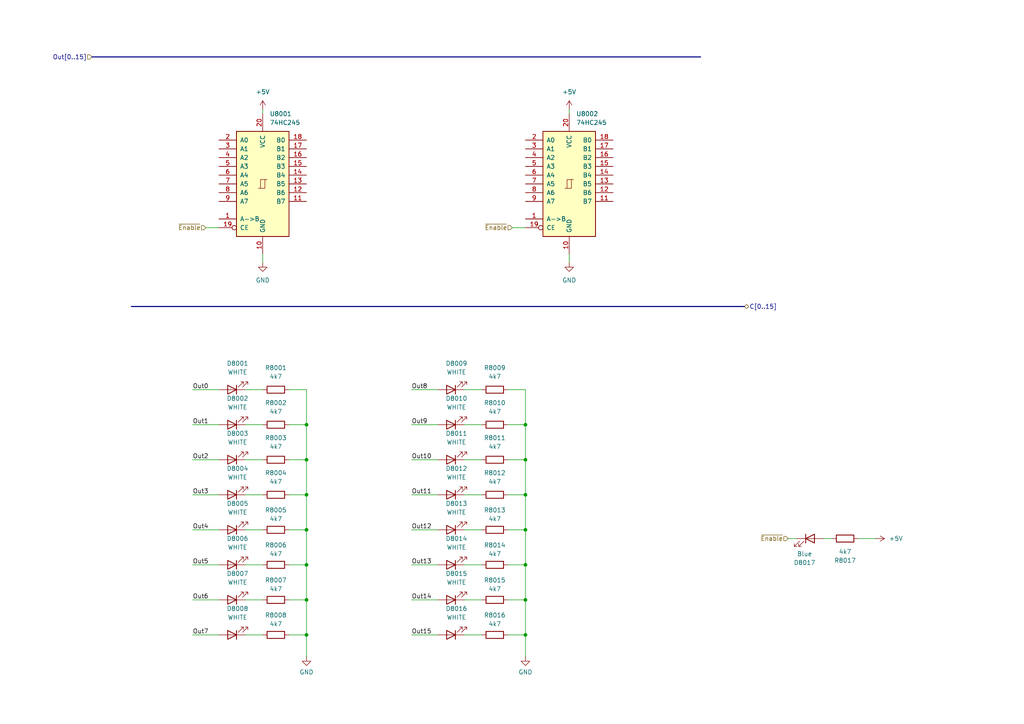
<source format=kicad_sch>
(kicad_sch (version 20231120) (generator "eeschema") (generator_version "8.0")
  (paper "A4")
  (lib_symbols
    (symbol "74xx:74HC245" (pin_names (offset 1.016))
      (property "Reference" "U" (at -7.62 16.51 0))
      (property "Value" "74HC245" (at -7.62 -16.51 0))
      (symbol "74HC245_1_0"
        (polyline (pts (xy -0.635 -1.27) (xy -0.635 1.27) (xy 0.635 1.27)))
        (polyline (pts (xy -1.27 -1.27) (xy 0.635 -1.27) (xy 0.635 1.27) (xy 1.27 1.27)))
        (pin input line (at -12.7 -10.16 0) (length 5.08) (name "A->B") (number "1"))
        (pin power_in line (at 0 -20.32 90) (length 5.08) (name "GND") (number "10"))
        (pin tri_state line (at 12.7 -5.08 180) (length 5.08) (name "B7") (number "11"))
        (pin tri_state line (at 12.7 -2.54 180) (length 5.08) (name "B6") (number "12"))
        (pin tri_state line (at 12.7 0 180) (length 5.08) (name "B5") (number "13"))
        (pin tri_state line (at 12.7 2.54 180) (length 5.08) (name "B4") (number "14"))
        (pin tri_state line (at 12.7 5.08 180) (length 5.08) (name "B3") (number "15"))
        (pin tri_state line (at 12.7 7.62 180) (length 5.08) (name "B2") (number "16"))
        (pin tri_state line (at 12.7 10.16 180) (length 5.08) (name "B1") (number "17"))
        (pin tri_state line (at 12.7 12.7 180) (length 5.08) (name "B0") (number "18"))
        (pin input inverted (at -12.7 -12.7 0) (length 5.08) (name "CE") (number "19"))
        (pin tri_state line (at -12.7 12.7 0) (length 5.08) (name "A0") (number "2"))
        (pin power_in line (at 0 20.32 270) (length 5.08) (name "VCC") (number "20"))
        (pin tri_state line (at -12.7 10.16 0) (length 5.08) (name "A1") (number "3"))
        (pin tri_state line (at -12.7 7.62 0) (length 5.08) (name "A2") (number "4"))
        (pin tri_state line (at -12.7 5.08 0) (length 5.08) (name "A3") (number "5"))
        (pin tri_state line (at -12.7 2.54 0) (length 5.08) (name "A4") (number "6"))
        (pin tri_state line (at -12.7 0 0) (length 5.08) (name "A5") (number "7"))
        (pin tri_state line (at -12.7 -2.54 0) (length 5.08) (name "A6") (number "8"))
        (pin tri_state line (at -12.7 -5.08 0) (length 5.08) (name "A7") (number "9"))
      )
      (symbol "74HC245_1_1"
        (rectangle (start -7.62 15.24) (end 7.62 -15.24) (stroke (width 0.254)) (fill (type background)))
      )
    )
    (symbol "Device:LED" (pin_numbers hide) (pin_names (offset 1.016) hide)
      (property "Reference" "D" (at 0 2.54 0))
      (property "Value" "LED" (at 0 -2.54 0))
      (symbol "LED_0_1"
        (polyline (pts (xy -1.27 -1.27) (xy -1.27 1.27)) (stroke (width 0.254)))
        (polyline (pts (xy -1.27 0) (xy 1.27 0)))
        (polyline (pts (xy 1.27 -1.27) (xy 1.27 1.27) (xy -1.27 0) (xy 1.27 -1.27)) (stroke (width 0.254)))
        (polyline (pts (xy -3.048 -0.762) (xy -4.572 -2.286) (xy -3.81 -2.286) (xy -4.572 -2.286) (xy -4.572 -1.524)))
        (polyline (pts (xy -1.778 -0.762) (xy -3.302 -2.286) (xy -2.54 -2.286) (xy -3.302 -2.286) (xy -3.302 -1.524)))
      )
      (symbol "LED_1_1"
        (pin passive line (at -3.81 0 0) (length 2.54) (name "K") (number "1"))
        (pin passive line (at 3.81 0 180) (length 2.54) (name "A") (number "2"))
      )
    )
    (symbol "Device:R" (pin_numbers hide) (pin_names (offset 0))
      (property "Reference" "R" (at 2.032 0 90))
      (property "Value" "R" (at 0 0 90))
      (symbol "R_0_1"
        (rectangle (start -1.016 -2.54) (end 1.016 2.54) (stroke (width 0.254)))
      )
      (symbol "R_1_1"
        (pin passive line (at 0 3.81 270) (length 1.27) (name "~") (number "1"))
        (pin passive line (at 0 -3.81 90) (length 1.27) (name "~") (number "2"))
      )
    )
    (symbol "power:+5V" (power) (pin_numbers hide) (pin_names (offset 0) hide)
      (property "Value" "+5V" (at 0 3.556 0))
      (symbol "+5V_0_1"
        (polyline (pts (xy -0.762 1.27) (xy 0 2.54)))
        (polyline (pts (xy 0 0) (xy 0 2.54)))
        (polyline (pts (xy 0 2.54) (xy 0.762 1.27)))
      )
      (symbol "+5V_1_1"
        (pin power_in line (at 0 0 90) (length 0) (name "~") (number "1"))
      )
    )
    (symbol "power:GND" (power) (pin_numbers hide) (pin_names (offset 0) hide)
      (property "Value" "GND" (at 0 -3.81 0))
      (symbol "GND_0_1"
        (polyline (pts (xy 0 0) (xy 0 -1.27) (xy 1.27 -1.27) (xy 0 -2.54) (xy -1.27 -1.27) (xy 0 -1.27)))
      )
      (symbol "GND_1_1"
        (pin power_in line (at 0 0 270) (length 0) (name "~") (number "1"))
      )
    )
  )
  (junction (at 152.4 123.19))
  (junction (at 152.4 163.83))
  (junction (at 88.9 173.99))
  (junction (at 88.9 123.19))
  (junction (at 152.4 143.51))
  (junction (at 88.9 163.83))
  (junction (at 88.9 143.51))
  (junction (at 152.4 153.67))
  (junction (at 88.9 153.67))
  (junction (at 152.4 133.35))
  (junction (at 88.9 133.35))
  (junction (at 152.4 184.15))
  (junction (at 88.9 184.15))
  (junction (at 152.4 173.99))
  (wire (pts (xy 55.88 184.15) (xy 63.5 184.15)))
  (wire (pts (xy 59.69 66.04) (xy 63.5 66.04)))
  (wire (pts (xy 152.4 163.83) (xy 152.4 153.67)))
  (wire (pts (xy 88.9 163.83) (xy 88.9 153.67)))
  (wire (pts (xy 119.38 153.67) (xy 127 153.67)))
  (wire (pts (xy 55.88 153.67) (xy 63.5 153.67)))
  (wire (pts (xy 134.62 153.67) (xy 139.7 153.67)))
  (wire (pts (xy 152.4 153.67) (xy 152.4 143.51)))
  (wire (pts (xy 165.1 31.75) (xy 165.1 33.02)))
  (wire (pts (xy 147.32 173.99) (xy 152.4 173.99)))
  (wire (pts (xy 134.62 184.15) (xy 139.7 184.15)))
  (wire (pts (xy 88.9 153.67) (xy 88.9 143.51)))
  (wire (pts (xy 119.38 113.03) (xy 127 113.03)))
  (wire (pts (xy 83.82 133.35) (xy 88.9 133.35)))
  (wire (pts (xy 83.82 123.19) (xy 88.9 123.19)))
  (wire (pts (xy 71.12 184.15) (xy 76.2 184.15)))
  (wire (pts (xy 119.38 173.99) (xy 127 173.99)))
  (wire (pts (xy 55.88 163.83) (xy 63.5 163.83)))
  (wire (pts (xy 119.38 133.35) (xy 127 133.35)))
  (wire (pts (xy 254 156.21) (xy 248.92 156.21)))
  (wire (pts (xy 71.12 153.67) (xy 76.2 153.67)))
  (wire (pts (xy 147.32 184.15) (xy 152.4 184.15)))
  (wire (pts (xy 152.4 173.99) (xy 152.4 163.83)))
  (bus (pts (xy 38.1 88.9) (xy 215.9 88.9)))
  (wire (pts (xy 71.12 113.03) (xy 76.2 113.03)))
  (bus (pts (xy 26.67 16.51) (xy 203.2 16.51)))
  (wire (pts (xy 147.32 123.19) (xy 152.4 123.19)))
  (wire (pts (xy 76.2 76.2) (xy 76.2 73.66)))
  (wire (pts (xy 83.82 153.67) (xy 88.9 153.67)))
  (wire (pts (xy 71.12 163.83) (xy 76.2 163.83)))
  (wire (pts (xy 119.38 184.15) (xy 127 184.15)))
  (wire (pts (xy 119.38 143.51) (xy 127 143.51)))
  (wire (pts (xy 83.82 163.83) (xy 88.9 163.83)))
  (wire (pts (xy 147.32 163.83) (xy 152.4 163.83)))
  (wire (pts (xy 134.62 123.19) (xy 139.7 123.19)))
  (wire (pts (xy 88.9 184.15) (xy 88.9 173.99)))
  (wire (pts (xy 152.4 123.19) (xy 152.4 113.03)))
  (wire (pts (xy 148.59 66.04) (xy 152.4 66.04)))
  (wire (pts (xy 83.82 173.99) (xy 88.9 173.99)))
  (wire (pts (xy 88.9 143.51) (xy 88.9 133.35)))
  (wire (pts (xy 152.4 143.51) (xy 152.4 133.35)))
  (wire (pts (xy 88.9 113.03) (xy 83.82 113.03)))
  (wire (pts (xy 152.4 133.35) (xy 152.4 123.19)))
  (wire (pts (xy 147.32 143.51) (xy 152.4 143.51)))
  (wire (pts (xy 134.62 143.51) (xy 139.7 143.51)))
  (wire (pts (xy 83.82 143.51) (xy 88.9 143.51)))
  (wire (pts (xy 55.88 133.35) (xy 63.5 133.35)))
  (wire (pts (xy 134.62 133.35) (xy 139.7 133.35)))
  (wire (pts (xy 147.32 153.67) (xy 152.4 153.67)))
  (wire (pts (xy 165.1 76.2) (xy 165.1 73.66)))
  (wire (pts (xy 76.2 31.75) (xy 76.2 33.02)))
  (wire (pts (xy 134.62 173.99) (xy 139.7 173.99)))
  (wire (pts (xy 241.3 156.21) (xy 238.76 156.21)))
  (wire (pts (xy 55.88 123.19) (xy 63.5 123.19)))
  (wire (pts (xy 83.82 184.15) (xy 88.9 184.15)))
  (wire (pts (xy 71.12 173.99) (xy 76.2 173.99)))
  (wire (pts (xy 55.88 173.99) (xy 63.5 173.99)))
  (wire (pts (xy 119.38 163.83) (xy 127 163.83)))
  (wire (pts (xy 55.88 143.51) (xy 63.5 143.51)))
  (wire (pts (xy 134.62 113.03) (xy 139.7 113.03)))
  (wire (pts (xy 55.88 113.03) (xy 63.5 113.03)))
  (wire (pts (xy 147.32 133.35) (xy 152.4 133.35)))
  (wire (pts (xy 88.9 133.35) (xy 88.9 123.19)))
  (wire (pts (xy 88.9 173.99) (xy 88.9 163.83)))
  (wire (pts (xy 152.4 184.15) (xy 152.4 173.99)))
  (wire (pts (xy 152.4 190.5) (xy 152.4 184.15)))
  (wire (pts (xy 71.12 143.51) (xy 76.2 143.51)))
  (wire (pts (xy 88.9 190.5) (xy 88.9 184.15)))
  (wire (pts (xy 152.4 113.03) (xy 147.32 113.03)))
  (wire (pts (xy 134.62 163.83) (xy 139.7 163.83)))
  (wire (pts (xy 231.14 156.21) (xy 228.6 156.21)))
  (wire (pts (xy 71.12 123.19) (xy 76.2 123.19)))
  (wire (pts (xy 71.12 133.35) (xy 76.2 133.35)))
  (wire (pts (xy 119.38 123.19) (xy 127 123.19)))
  (wire (pts (xy 88.9 123.19) (xy 88.9 113.03)))
  (label "Out9" (at 119.38 123.19 0))
  (label "Out1" (at 55.88 123.19 0))
  (label "Out4" (at 55.88 153.67 0))
  (label "Out6" (at 55.88 173.99 0))
  (label "Out3" (at 55.88 143.51 0))
  (label "Out15" (at 119.38 184.15 0))
  (label "Out7" (at 55.88 184.15 0))
  (label "Out10" (at 119.38 133.35 0))
  (label "Out2" (at 55.88 133.35 0))
  (label "Out5" (at 55.88 163.83 0))
  (label "Out13" (at 119.38 163.83 0))
  (label "Out12" (at 119.38 153.67 0))
  (label "Out8" (at 119.38 113.03 0))
  (label "Out14" (at 119.38 173.99 0))
  (label "Out0" (at 55.88 113.03 0))
  (label "Out11" (at 119.38 143.51 0))
  (hierarchical_label "~{Enable}" (shape input) (at 59.69 66.04 180))
  (hierarchical_label "~{Enable}" (shape input) (at 148.59 66.04 180))
  (hierarchical_label "~{Enable}" (shape input) (at 228.6 156.21 180))
  (hierarchical_label "Out[0..15]" (shape input) (at 26.67 16.51 180))
  (hierarchical_label "C[0..15]" (shape tri_state) (at 215.9 88.9 0))
  (symbol (lib_id "Device:R") (at 80.01 113.03 270) (unit 1)
    (property "Reference" "R8001" (at 80.01 106.68 90))
    (property "Value" "4k7" (at 80.01 109.22 90))
    (property "Footprint" "Resistor_SMD:R_0603_1608Metric" (effects (hide yes)))
    (property "Datasheet" "https://datasheet.lcsc.com/lcsc/2206010116_UNI-ROYAL-Uniroyal-Elec-0603WAF4701T5E_C23162.pdf" (effects (hide yes)))
    (property "LCSC" "C23162" (effects (hide yes)))
  )
  (symbol (lib_id "Device:R") (at 80.01 143.51 270) (unit 1)
    (property "Reference" "R8004" (at 80.01 137.16 90))
    (property "Value" "4k7" (at 80.01 139.7 90))
    (property "Footprint" "Resistor_SMD:R_0603_1608Metric" (effects (hide yes)))
    (property "Datasheet" "https://datasheet.lcsc.com/lcsc/2206010116_UNI-ROYAL-Uniroyal-Elec-0603WAF4701T5E_C23162.pdf" (effects (hide yes)))
    (property "LCSC" "C23162" (effects (hide yes)))
  )
  (symbol (lib_id "Device:R") (at 143.51 133.35 270) (unit 1)
    (property "Reference" "R8011" (at 143.51 127 90))
    (property "Value" "4k7" (at 143.51 129.54 90))
    (property "Footprint" "Resistor_SMD:R_0603_1608Metric" (effects (hide yes)))
    (property "Datasheet" "https://datasheet.lcsc.com/lcsc/2206010116_UNI-ROYAL-Uniroyal-Elec-0603WAF4701T5E_C23162.pdf" (effects (hide yes)))
    (property "LCSC" "C23162" (effects (hide yes)))
  )
  (symbol (lib_id "Device:LED") (at 130.81 133.35 180) (unit 1)
    (property "Reference" "D8011" (at 132.3975 125.73 0))
    (property "Value" "WHITE" (at 132.3975 128.27 0))
    (property "Footprint" "LED_SMD:LED_0603_1608Metric" (effects (hide yes)))
    (property "Datasheet" "https://wmsc.lcsc.com/wmsc/upload/file/pdf/v2/lcsc/2305091500_Hubei-KENTO-Elec-KT-0603W_C2290.pdf" (effects (hide yes)))
    (property "Description" "Light emitting diode (White)" (effects (hide yes)))
    (property "LCSC" "C2290" (effects (hide yes)))
  )
  (symbol (lib_id "Device:LED") (at 130.81 123.19 180) (unit 1)
    (property "Reference" "D8010" (at 132.3975 115.57 0))
    (property "Value" "WHITE" (at 132.3975 118.11 0))
    (property "Footprint" "LED_SMD:LED_0603_1608Metric" (effects (hide yes)))
    (property "Datasheet" "https://wmsc.lcsc.com/wmsc/upload/file/pdf/v2/lcsc/2305091500_Hubei-KENTO-Elec-KT-0603W_C2290.pdf" (effects (hide yes)))
    (property "Description" "Light emitting diode (White)" (effects (hide yes)))
    (property "LCSC" "C2290" (effects (hide yes)))
  )
  (symbol (lib_id "power:+5V") (at 254 156.21 270) (unit 1)
    (property "Reference" "#PWR08007" (effects (hide yes)))
    (property "Value" "+5V" (at 257.81 156.21 90) (effects (justify left)))
    (property "Description" "Power symbol creates a global label with name \"+5V\"" (effects (hide yes)))
  )
  (symbol (lib_id "Device:LED") (at 67.31 163.83 180) (unit 1)
    (property "Reference" "D8006" (at 68.8975 156.21 0))
    (property "Value" "WHITE" (at 68.8975 158.75 0))
    (property "Footprint" "LED_SMD:LED_0603_1608Metric" (effects (hide yes)))
    (property "Datasheet" "https://wmsc.lcsc.com/wmsc/upload/file/pdf/v2/lcsc/2305091500_Hubei-KENTO-Elec-KT-0603W_C2290.pdf" (effects (hide yes)))
    (property "Description" "Light emitting diode (White)" (effects (hide yes)))
    (property "LCSC" "C2290" (effects (hide yes)))
  )
  (symbol (lib_id "Device:R") (at 80.01 163.83 270) (unit 1)
    (property "Reference" "R8006" (at 80.01 158.115 90))
    (property "Value" "4k7" (at 80.01 160.655 90))
    (property "Footprint" "Resistor_SMD:R_0603_1608Metric" (effects (hide yes)))
    (property "Datasheet" "https://datasheet.lcsc.com/lcsc/2206010116_UNI-ROYAL-Uniroyal-Elec-0603WAF4701T5E_C23162.pdf" (effects (hide yes)))
    (property "LCSC" "C23162" (effects (hide yes)))
  )
  (symbol (lib_id "Device:R") (at 143.51 184.15 270) (unit 1)
    (property "Reference" "R8016" (at 143.51 178.435 90))
    (property "Value" "4k7" (at 143.51 180.975 90))
    (property "Footprint" "Resistor_SMD:R_0603_1608Metric" (effects (hide yes)))
    (property "Datasheet" "https://datasheet.lcsc.com/lcsc/2206010116_UNI-ROYAL-Uniroyal-Elec-0603WAF4701T5E_C23162.pdf" (effects (hide yes)))
    (property "LCSC" "C23162" (effects (hide yes)))
  )
  (symbol (lib_id "Device:R") (at 80.01 133.35 270) (unit 1)
    (property "Reference" "R8003" (at 80.01 127 90))
    (property "Value" "4k7" (at 80.01 129.54 90))
    (property "Footprint" "Resistor_SMD:R_0603_1608Metric" (effects (hide yes)))
    (property "Datasheet" "https://datasheet.lcsc.com/lcsc/2206010116_UNI-ROYAL-Uniroyal-Elec-0603WAF4701T5E_C23162.pdf" (effects (hide yes)))
    (property "LCSC" "C23162" (effects (hide yes)))
  )
  (symbol (lib_id "74xx:74HC245") (at 165.1 53.34 0) (unit 1)
    (property "Reference" "U8002" (at 167.1194 33.02 0) (effects (justify left)))
    (property "Value" "74HC245" (at 167.1194 35.56 0) (effects (justify left)))
    (property "Footprint" "Package_SO:SOIC-20W_7.5x12.8mm_P1.27mm" (effects (hide yes)))
    (property "Datasheet" "http://www.ti.com/lit/gpn/sn74HC245" (effects (hide yes)))
    (property "LCSC" "C5625" (effects (hide yes)))
  )
  (symbol (lib_id "Device:LED") (at 67.31 173.99 180) (unit 1)
    (property "Reference" "D8007" (at 68.8975 166.37 0))
    (property "Value" "WHITE" (at 68.8975 168.91 0))
    (property "Footprint" "LED_SMD:LED_0603_1608Metric" (effects (hide yes)))
    (property "Datasheet" "https://wmsc.lcsc.com/wmsc/upload/file/pdf/v2/lcsc/2305091500_Hubei-KENTO-Elec-KT-0603W_C2290.pdf" (effects (hide yes)))
    (property "Description" "Light emitting diode (White)" (effects (hide yes)))
    (property "LCSC" "C2290" (effects (hide yes)))
  )
  (symbol (lib_id "Device:R") (at 80.01 153.67 270) (unit 1)
    (property "Reference" "R8005" (at 80.01 147.955 90))
    (property "Value" "4k7" (at 80.01 150.495 90))
    (property "Footprint" "Resistor_SMD:R_0603_1608Metric" (effects (hide yes)))
    (property "Datasheet" "https://datasheet.lcsc.com/lcsc/2206010116_UNI-ROYAL-Uniroyal-Elec-0603WAF4701T5E_C23162.pdf" (effects (hide yes)))
    (property "LCSC" "C23162" (effects (hide yes)))
  )
  (symbol (lib_id "Device:R") (at 80.01 184.15 270) (unit 1)
    (property "Reference" "R8008" (at 80.01 178.435 90))
    (property "Value" "4k7" (at 80.01 180.975 90))
    (property "Footprint" "Resistor_SMD:R_0603_1608Metric" (effects (hide yes)))
    (property "Datasheet" "https://datasheet.lcsc.com/lcsc/2206010116_UNI-ROYAL-Uniroyal-Elec-0603WAF4701T5E_C23162.pdf" (effects (hide yes)))
    (property "LCSC" "C23162" (effects (hide yes)))
  )
  (symbol (lib_id "power:GND") (at 88.9 190.5 0) (unit 1)
    (property "Reference" "#PWR08003" (effects (hide yes)))
    (property "Value" "GND" (at 88.9 194.945 0))
    (property "Description" "Power symbol creates a global label with name \"GND\" , ground" (effects (hide yes)))
  )
  (symbol (lib_id "Device:LED") (at 130.81 163.83 180) (unit 1)
    (property "Reference" "D8014" (at 132.3975 156.21 0))
    (property "Value" "WHITE" (at 132.3975 158.75 0))
    (property "Footprint" "LED_SMD:LED_0603_1608Metric" (effects (hide yes)))
    (property "Datasheet" "https://wmsc.lcsc.com/wmsc/upload/file/pdf/v2/lcsc/2305091500_Hubei-KENTO-Elec-KT-0603W_C2290.pdf" (effects (hide yes)))
    (property "Description" "Light emitting diode (White)" (effects (hide yes)))
    (property "LCSC" "C2290" (effects (hide yes)))
  )
  (symbol (lib_id "Device:LED") (at 130.81 113.03 180) (unit 1)
    (property "Reference" "D8009" (at 132.3975 105.41 0))
    (property "Value" "WHITE" (at 132.3975 107.95 0))
    (property "Footprint" "LED_SMD:LED_0603_1608Metric" (effects (hide yes)))
    (property "Datasheet" "https://wmsc.lcsc.com/wmsc/upload/file/pdf/v2/lcsc/2305091500_Hubei-KENTO-Elec-KT-0603W_C2290.pdf" (effects (hide yes)))
    (property "Description" "Light emitting diode (White)" (effects (hide yes)))
    (property "LCSC" "C2290" (effects (hide yes)))
  )
  (symbol (lib_id "Device:R") (at 143.51 113.03 270) (unit 1)
    (property "Reference" "R8009" (at 143.51 106.68 90))
    (property "Value" "4k7" (at 143.51 109.22 90))
    (property "Footprint" "Resistor_SMD:R_0603_1608Metric" (effects (hide yes)))
    (property "Datasheet" "https://datasheet.lcsc.com/lcsc/2206010116_UNI-ROYAL-Uniroyal-Elec-0603WAF4701T5E_C23162.pdf" (effects (hide yes)))
    (property "LCSC" "C23162" (effects (hide yes)))
  )
  (symbol (lib_id "Device:LED") (at 67.31 113.03 180) (unit 1)
    (property "Reference" "D8001" (at 68.8975 105.41 0))
    (property "Value" "WHITE" (at 68.8975 107.95 0))
    (property "Footprint" "LED_SMD:LED_0603_1608Metric" (effects (hide yes)))
    (property "Datasheet" "https://wmsc.lcsc.com/wmsc/upload/file/pdf/v2/lcsc/2305091500_Hubei-KENTO-Elec-KT-0603W_C2290.pdf" (effects (hide yes)))
    (property "Description" "Light emitting diode (White)" (effects (hide yes)))
    (property "LCSC" "C2290" (effects (hide yes)))
  )
  (symbol (lib_id "Device:R") (at 80.01 173.99 270) (unit 1)
    (property "Reference" "R8007" (at 80.01 168.275 90))
    (property "Value" "4k7" (at 80.01 170.815 90))
    (property "Footprint" "Resistor_SMD:R_0603_1608Metric" (effects (hide yes)))
    (property "Datasheet" "https://datasheet.lcsc.com/lcsc/2206010116_UNI-ROYAL-Uniroyal-Elec-0603WAF4701T5E_C23162.pdf" (effects (hide yes)))
    (property "LCSC" "C23162" (effects (hide yes)))
  )
  (symbol (lib_id "Device:R") (at 143.51 153.67 270) (unit 1)
    (property "Reference" "R8013" (at 143.51 147.955 90))
    (property "Value" "4k7" (at 143.51 150.495 90))
    (property "Footprint" "Resistor_SMD:R_0603_1608Metric" (effects (hide yes)))
    (property "Datasheet" "https://datasheet.lcsc.com/lcsc/2206010116_UNI-ROYAL-Uniroyal-Elec-0603WAF4701T5E_C23162.pdf" (effects (hide yes)))
    (property "LCSC" "C23162" (effects (hide yes)))
  )
  (symbol (lib_id "Device:R") (at 245.11 156.21 90) (unit 1)
    (property "Reference" "R8017" (at 245.11 162.56 90))
    (property "Value" "4k7" (at 245.11 160.02 90))
    (property "Footprint" "Resistor_SMD:R_0603_1608Metric" (effects (hide yes)))
    (property "Datasheet" "https://datasheet.lcsc.com/lcsc/2206010116_UNI-ROYAL-Uniroyal-Elec-0603WAF4701T5E_C23162.pdf" (effects (hide yes)))
    (property "LCSC" "C23162" (effects (hide yes)))
  )
  (symbol (lib_id "Device:LED") (at 67.31 143.51 180) (unit 1)
    (property "Reference" "D8004" (at 68.8975 135.89 0))
    (property "Value" "WHITE" (at 68.8975 138.43 0))
    (property "Footprint" "LED_SMD:LED_0603_1608Metric" (effects (hide yes)))
    (property "Datasheet" "https://wmsc.lcsc.com/wmsc/upload/file/pdf/v2/lcsc/2305091500_Hubei-KENTO-Elec-KT-0603W_C2290.pdf" (effects (hide yes)))
    (property "Description" "Light emitting diode (White)" (effects (hide yes)))
    (property "LCSC" "C2290" (effects (hide yes)))
  )
  (symbol (lib_id "power:GND") (at 152.4 190.5 0) (unit 1)
    (property "Reference" "#PWR08004" (effects (hide yes)))
    (property "Value" "GND" (at 152.4 194.945 0))
    (property "Description" "Power symbol creates a global label with name \"GND\" , ground" (effects (hide yes)))
  )
  (symbol (lib_id "74xx:74HC245") (at 76.2 53.34 0) (unit 1)
    (property "Reference" "U8001" (at 78.2194 33.02 0) (effects (justify left)))
    (property "Value" "74HC245" (at 78.2194 35.56 0) (effects (justify left)))
    (property "Footprint" "Package_SO:SOIC-20W_7.5x12.8mm_P1.27mm" (effects (hide yes)))
    (property "Datasheet" "http://www.ti.com/lit/gpn/sn74HC245" (effects (hide yes)))
    (property "LCSC" "C5625" (effects (hide yes)))
  )
  (symbol (lib_id "Device:R") (at 80.01 123.19 270) (unit 1)
    (property "Reference" "R8002" (at 80.01 116.84 90))
    (property "Value" "4k7" (at 80.01 119.38 90))
    (property "Footprint" "Resistor_SMD:R_0603_1608Metric" (effects (hide yes)))
    (property "Datasheet" "https://datasheet.lcsc.com/lcsc/2206010116_UNI-ROYAL-Uniroyal-Elec-0603WAF4701T5E_C23162.pdf" (effects (hide yes)))
    (property "LCSC" "C23162" (effects (hide yes)))
  )
  (symbol (lib_id "power:GND") (at 76.2 76.2 0) (unit 1)
    (property "Reference" "#PWR08002" (effects (hide yes)))
    (property "Value" "GND" (at 76.2 81.28 0))
    (property "Description" "Power symbol creates a global label with name \"GND\" , ground" (effects (hide yes)))
  )
  (symbol (lib_id "Device:LED") (at 130.81 173.99 180) (unit 1)
    (property "Reference" "D8015" (at 132.3975 166.37 0))
    (property "Value" "WHITE" (at 132.3975 168.91 0))
    (property "Footprint" "LED_SMD:LED_0603_1608Metric" (effects (hide yes)))
    (property "Datasheet" "https://wmsc.lcsc.com/wmsc/upload/file/pdf/v2/lcsc/2305091500_Hubei-KENTO-Elec-KT-0603W_C2290.pdf" (effects (hide yes)))
    (property "Description" "Light emitting diode (White)" (effects (hide yes)))
    (property "LCSC" "C2290" (effects (hide yes)))
  )
  (symbol (lib_id "Device:R") (at 143.51 163.83 270) (unit 1)
    (property "Reference" "R8014" (at 143.51 158.115 90))
    (property "Value" "4k7" (at 143.51 160.655 90))
    (property "Footprint" "Resistor_SMD:R_0603_1608Metric" (effects (hide yes)))
    (property "Datasheet" "https://datasheet.lcsc.com/lcsc/2206010116_UNI-ROYAL-Uniroyal-Elec-0603WAF4701T5E_C23162.pdf" (effects (hide yes)))
    (property "LCSC" "C23162" (effects (hide yes)))
  )
  (symbol (lib_id "Device:LED") (at 67.31 133.35 180) (unit 1)
    (property "Reference" "D8003" (at 68.8975 125.73 0))
    (property "Value" "WHITE" (at 68.8975 128.27 0))
    (property "Footprint" "LED_SMD:LED_0603_1608Metric" (effects (hide yes)))
    (property "Datasheet" "https://wmsc.lcsc.com/wmsc/upload/file/pdf/v2/lcsc/2305091500_Hubei-KENTO-Elec-KT-0603W_C2290.pdf" (effects (hide yes)))
    (property "Description" "Light emitting diode (White)" (effects (hide yes)))
    (property "LCSC" "C2290" (effects (hide yes)))
  )
  (symbol (lib_id "Device:LED") (at 67.31 184.15 180) (unit 1)
    (property "Reference" "D8008" (at 68.8975 176.53 0))
    (property "Value" "WHITE" (at 68.8975 179.07 0))
    (property "Footprint" "LED_SMD:LED_0603_1608Metric" (effects (hide yes)))
    (property "Datasheet" "https://wmsc.lcsc.com/wmsc/upload/file/pdf/v2/lcsc/2305091500_Hubei-KENTO-Elec-KT-0603W_C2290.pdf" (effects (hide yes)))
    (property "Description" "Light emitting diode (White)" (effects (hide yes)))
    (property "LCSC" "C2290" (effects (hide yes)))
  )
  (symbol (lib_id "power:GND") (at 165.1 76.2 0) (unit 1)
    (property "Reference" "#PWR08006" (effects (hide yes)))
    (property "Value" "GND" (at 165.1 81.28 0))
    (property "Description" "Power symbol creates a global label with name \"GND\" , ground" (effects (hide yes)))
  )
  (symbol (lib_id "Device:R") (at 143.51 173.99 270) (unit 1)
    (property "Reference" "R8015" (at 143.51 168.275 90))
    (property "Value" "4k7" (at 143.51 170.815 90))
    (property "Footprint" "Resistor_SMD:R_0603_1608Metric" (effects (hide yes)))
    (property "Datasheet" "https://datasheet.lcsc.com/lcsc/2206010116_UNI-ROYAL-Uniroyal-Elec-0603WAF4701T5E_C23162.pdf" (effects (hide yes)))
    (property "LCSC" "C23162" (effects (hide yes)))
  )
  (symbol (lib_id "power:+5V") (at 76.2 31.75 0) (unit 1)
    (property "Reference" "#PWR08001" (effects (hide yes)))
    (property "Value" "+5V" (at 76.2 26.67 0))
    (property "Description" "Power symbol creates a global label with name \"+5V\"" (effects (hide yes)))
  )
  (symbol (lib_id "Device:R") (at 143.51 123.19 270) (unit 1)
    (property "Reference" "R8010" (at 143.51 116.84 90))
    (property "Value" "4k7" (at 143.51 119.38 90))
    (property "Footprint" "Resistor_SMD:R_0603_1608Metric" (effects (hide yes)))
    (property "Datasheet" "https://datasheet.lcsc.com/lcsc/2206010116_UNI-ROYAL-Uniroyal-Elec-0603WAF4701T5E_C23162.pdf" (effects (hide yes)))
    (property "LCSC" "C23162" (effects (hide yes)))
  )
  (symbol (lib_id "Device:LED") (at 130.81 153.67 180) (unit 1)
    (property "Reference" "D8013" (at 132.3975 146.05 0))
    (property "Value" "WHITE" (at 132.3975 148.59 0))
    (property "Footprint" "LED_SMD:LED_0603_1608Metric" (effects (hide yes)))
    (property "Datasheet" "https://wmsc.lcsc.com/wmsc/upload/file/pdf/v2/lcsc/2305091500_Hubei-KENTO-Elec-KT-0603W_C2290.pdf" (effects (hide yes)))
    (property "Description" "Light emitting diode (White)" (effects (hide yes)))
    (property "LCSC" "C2290" (effects (hide yes)))
  )
  (symbol (lib_id "Device:LED") (at 130.81 184.15 180) (unit 1)
    (property "Reference" "D8016" (at 132.3975 176.53 0))
    (property "Value" "WHITE" (at 132.3975 179.07 0))
    (property "Footprint" "LED_SMD:LED_0603_1608Metric" (effects (hide yes)))
    (property "Datasheet" "https://wmsc.lcsc.com/wmsc/upload/file/pdf/v2/lcsc/2305091500_Hubei-KENTO-Elec-KT-0603W_C2290.pdf" (effects (hide yes)))
    (property "Description" "Light emitting diode (White)" (effects (hide yes)))
    (property "LCSC" "C2290" (effects (hide yes)))
  )
  (symbol (lib_id "power:+5V") (at 165.1 31.75 0) (unit 1)
    (property "Reference" "#PWR08005" (effects (hide yes)))
    (property "Value" "+5V" (at 165.1 26.67 0))
    (property "Description" "Power symbol creates a global label with name \"+5V\"" (effects (hide yes)))
  )
  (symbol (lib_id "Device:LED") (at 67.31 153.67 180) (unit 1)
    (property "Reference" "D8005" (at 68.8975 146.05 0))
    (property "Value" "WHITE" (at 68.8975 148.59 0))
    (property "Footprint" "LED_SMD:LED_0603_1608Metric" (effects (hide yes)))
    (property "Datasheet" "https://wmsc.lcsc.com/wmsc/upload/file/pdf/v2/lcsc/2305091500_Hubei-KENTO-Elec-KT-0603W_C2290.pdf" (effects (hide yes)))
    (property "Description" "Light emitting diode (White)" (effects (hide yes)))
    (property "LCSC" "C2290" (effects (hide yes)))
  )
  (symbol (lib_id "Device:LED") (at 130.81 143.51 180) (unit 1)
    (property "Reference" "D8012" (at 132.3975 135.89 0))
    (property "Value" "WHITE" (at 132.3975 138.43 0))
    (property "Footprint" "LED_SMD:LED_0603_1608Metric" (effects (hide yes)))
    (property "Datasheet" "https://wmsc.lcsc.com/wmsc/upload/file/pdf/v2/lcsc/2305091500_Hubei-KENTO-Elec-KT-0603W_C2290.pdf" (effects (hide yes)))
    (property "Description" "Light emitting diode (White)" (effects (hide yes)))
    (property "LCSC" "C2290" (effects (hide yes)))
  )
  (symbol (lib_id "Device:LED") (at 234.95 156.21 0) (unit 1)
    (property "Reference" "D8017" (at 233.3625 163.195 0))
    (property "Value" "Blue" (at 233.3625 160.655 0))
    (property "Footprint" "LED_SMD:LED_0603_1608Metric" (effects (hide yes)))
    (property "LCSC" "C72041" (effects (hide yes)))
  )
  (symbol (lib_id "Device:R") (at 143.51 143.51 270) (unit 1)
    (property "Reference" "R8012" (at 143.51 137.16 90))
    (property "Value" "4k7" (at 143.51 139.7 90))
    (property "Footprint" "Resistor_SMD:R_0603_1608Metric" (effects (hide yes)))
    (property "Datasheet" "https://datasheet.lcsc.com/lcsc/2206010116_UNI-ROYAL-Uniroyal-Elec-0603WAF4701T5E_C23162.pdf" (effects (hide yes)))
    (property "LCSC" "C23162" (effects (hide yes)))
  )
  (symbol (lib_id "Device:LED") (at 67.31 123.19 180) (unit 1)
    (property "Reference" "D8002" (at 68.8975 115.57 0))
    (property "Value" "WHITE" (at 68.8975 118.11 0))
    (property "Footprint" "LED_SMD:LED_0603_1608Metric" (effects (hide yes)))
    (property "Datasheet" "https://wmsc.lcsc.com/wmsc/upload/file/pdf/v2/lcsc/2305091500_Hubei-KENTO-Elec-KT-0603W_C2290.pdf" (effects (hide yes)))
    (property "Description" "Light emitting diode (White)" (effects (hide yes)))
    (property "LCSC" "C2290" (effects (hide yes)))
  )
)
</source>
